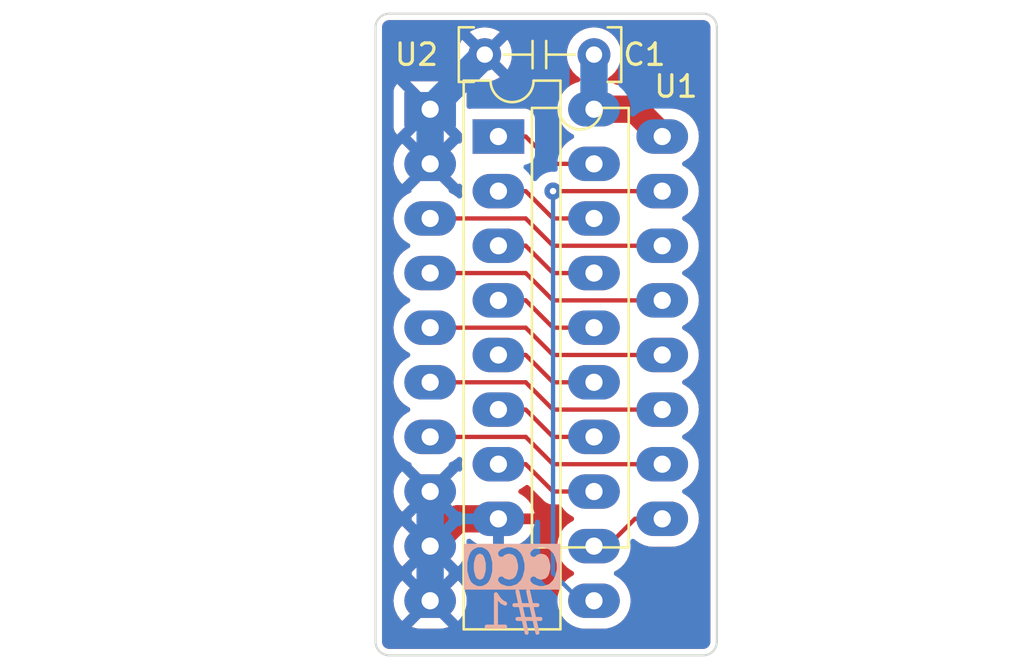
<source format=kicad_pcb>
(kicad_pcb (version 20221018) (generator pcbnew)
  (title_block (title "Replacement of I03 (color PROM) for the Thomson MO5") (date "2024-11-09") (rev "v1.0.0-rc1") (company "Sporniket") (comment 1 "#1") (comment 3 "https://github.com/sporniket/kicad-conversions--thomson-mo5--i03-replacement") (comment 4 "Original repository :"))
  (layers (0 "F.Cu" signal) (31 "B.Cu" signal) (34 "B.Paste" user) (35 "F.Paste" user) (36 "B.SilkS" user "B.Silkscreen") (37 "F.SilkS" user "F.Silkscreen") (38 "B.Mask" user) (39 "F.Mask" user) (44 "Edge.Cuts" user))
  (net 0 "")
  (net 1 "/R1")
  (net 2 "/R2")
  (net 3 "/V1")
  (net 4 "/V2")
  (net 5 "/B1")
  (net 6 "/B2")
  (net 7 "/O7")
  (net 8 "/VCC")
  (net 9 "/~{NOIR_INCR}")
  (net 10 "/ROUGE")
  (net 11 "/VERT")
  (net 12 "/BLEU")
  (net 13 "/PASTEL")
  (net 14 "/~{SUPLT}")
  (net 15 "/~{CE}")
  (net 16 "/GND")
  (footprint "Package_DIP:DIP-20_W7.62mm_LongPads" (layer "F.Cu") (at 73.025 74.93)
    (fp_text reference "U2" (at -0.635 -2.54) (layer "F.SilkS"))
    (fp_text value "HIGH_PERFORMANCE_E2_CMOS_PLD_GENERIC_ARRAY_LOGIC_PHY")
    (fp_line (start 1.56 -1.33) (end 1.56 24.19) (stroke (width 0.12)) (layer "F.SilkS"))
    (fp_line (start 1.56 24.19) (end 6.06 24.19) (stroke (width 0.12)) (layer "F.SilkS"))
    (fp_line (start 2.81 -1.33) (end 1.56 -1.33) (stroke (width 0.12)) (layer "F.SilkS"))
    (fp_line (start 6.06 -1.33) (end 4.81 -1.33) (stroke (width 0.12)) (layer "F.SilkS"))
    (fp_line (start 6.06 24.19) (end 6.06 -1.33) (stroke (width 0.12)) (layer "F.SilkS"))
    (fp_arc (start 4.81 -1.33) (mid 3.81 -0.33) (end 2.81 -1.33) (stroke (width 0.12)) (layer "F.SilkS"))
    (pad "1" thru_hole rect (at 0 0) (size 2.4 1.6) (drill 0.8) (layers "*.Cu" "*.Mask") (net 16 "/GND"))
    (pad "2" thru_hole oval (at 0 2.54) (size 2.4 1.6) (drill 0.8) (layers "*.Cu" "*.Mask") (net 16 "/GND"))
    (pad "3" thru_hole oval (at 0 5.08) (size 2.4 1.6) (drill 0.8) (layers "*.Cu" "*.Mask") (net 14 "/~{SUPLT}"))
    (pad "4" thru_hole oval (at 0 7.62) (size 2.4 1.6) (drill 0.8) (layers "*.Cu" "*.Mask") (net 13 "/PASTEL"))
    (pad "5" thru_hole oval (at 0 10.16) (size 2.4 1.6) (drill 0.8) (layers "*.Cu" "*.Mask") (net 12 "/BLEU"))
    (pad "6" thru_hole oval (at 0 12.7) (size 2.4 1.6) (drill 0.8) (layers "*.Cu" "*.Mask") (net 11 "/VERT"))
    (pad "7" thru_hole oval (at 0 15.24) (size 2.4 1.6) (drill 0.8) (layers "*.Cu" "*.Mask") (net 10 "/ROUGE"))
    (pad "8" thru_hole oval (at 0 17.78) (size 2.4 1.6) (drill 0.8) (layers "*.Cu" "*.Mask") (net 16 "/GND"))
    (pad "9" thru_hole oval (at 0 20.32) (size 2.4 1.6) (drill 0.8) (layers "*.Cu" "*.Mask") (net 16 "/GND"))
    (pad "10" thru_hole oval (at 0 22.86) (size 2.4 1.6) (drill 0.8) (layers "*.Cu" "*.Mask") (net 16 "/GND"))
    (pad "11" thru_hole oval (at 7.62 22.86) (size 2.4 1.6) (drill 0.8) (layers "*.Cu" "*.Mask") (net 15 "/~{CE}"))
    (pad "12" thru_hole oval (at 7.62 20.32) (size 2.4 1.6) (drill 0.8) (layers "*.Cu" "*.Mask") (net 9 "/~{NOIR_INCR}"))
    (pad "13" thru_hole oval (at 7.62 17.78) (size 2.4 1.6) (drill 0.8) (layers "*.Cu" "*.Mask") (net 7 "/O7"))
    (pad "14" thru_hole oval (at 7.62 15.24) (size 2.4 1.6) (drill 0.8) (layers "*.Cu" "*.Mask") (net 6 "/B2"))
    (pad "15" thru_hole oval (at 7.62 12.7) (size 2.4 1.6) (drill 0.8) (layers "*.Cu" "*.Mask") (net 5 "/B1"))
    (pad "16" thru_hole oval (at 7.62 10.16) (size 2.4 1.6) (drill 0.8) (layers "*.Cu" "*.Mask") (net 4 "/V2"))
    (pad "17" thru_hole oval (at 7.62 7.62) (size 2.4 1.6) (drill 0.8) (layers "*.Cu" "*.Mask") (net 3 "/V1"))
    (pad "18" thru_hole oval (at 7.62 5.08) (size 2.4 1.6) (drill 0.8) (layers "*.Cu" "*.Mask") (net 2 "/R2"))
    (pad "19" thru_hole oval (at 7.62 2.54) (size 2.4 1.6) (drill 0.8) (layers "*.Cu" "*.Mask") (net 1 "/R1"))
    (pad "20" thru_hole oval (at 7.62 0) (size 2.4 1.6) (drill 0.8) (layers "*.Cu" "*.Mask") (net 8 "/VCC"))
  )
  (footprint "Package_DIP:DIP-16_W7.62mm_LongPads" (layer "F.Cu") (at 76.2 76.2)
    (fp_text reference "U1" (at 8.255 -2.33) (layer "F.SilkS"))
    (fp_text value "HM7603_32×8_PROM_THREE-STATE_OUTPUTS_SOCKET")
    (fp_line (start 1.56 -1.33) (end 1.56 19.11) (stroke (width 0.12)) (layer "F.SilkS"))
    (fp_line (start 1.56 19.11) (end 6.06 19.11) (stroke (width 0.12)) (layer "F.SilkS"))
    (fp_line (start 2.81 -1.33) (end 1.56 -1.33) (stroke (width 0.12)) (layer "F.SilkS"))
    (fp_line (start 6.06 -1.33) (end 4.81 -1.33) (stroke (width 0.12)) (layer "F.SilkS"))
    (fp_line (start 6.06 19.11) (end 6.06 -1.33) (stroke (width 0.12)) (layer "F.SilkS"))
    (fp_arc (start 4.81 -1.33) (mid 3.81 -0.33) (end 2.81 -1.33) (stroke (width 0.12)) (layer "F.SilkS"))
    (pad "1" thru_hole rect (at 0 0) (size 2.4 1.6) (drill 0.8) (layers "*.Cu" "*.Mask") (net 1 "/R1"))
    (pad "2" thru_hole oval (at 0 2.54) (size 2.4 1.6) (drill 0.8) (layers "*.Cu" "*.Mask") (net 2 "/R2"))
    (pad "3" thru_hole oval (at 0 5.08) (size 2.4 1.6) (drill 0.8) (layers "*.Cu" "*.Mask") (net 3 "/V1"))
    (pad "4" thru_hole oval (at 0 7.62) (size 2.4 1.6) (drill 0.8) (layers "*.Cu" "*.Mask") (net 4 "/V2"))
    (pad "5" thru_hole oval (at 0 10.16) (size 2.4 1.6) (drill 0.8) (layers "*.Cu" "*.Mask") (net 5 "/B1"))
    (pad "6" thru_hole oval (at 0 12.7) (size 2.4 1.6) (drill 0.8) (layers "*.Cu" "*.Mask") (net 6 "/B2"))
    (pad "7" thru_hole oval (at 0 15.24) (size 2.4 1.6) (drill 0.8) (layers "*.Cu" "*.Mask") (net 7 "/O7"))
    (pad "8" thru_hole oval (at 0 17.78) (size 2.4 1.6) (drill 0.8) (layers "*.Cu" "*.Mask") (net 16 "/GND"))
    (pad "9" thru_hole oval (at 7.62 17.78) (size 2.4 1.6) (drill 0.8) (layers "*.Cu" "*.Mask") (net 9 "/~{NOIR_INCR}"))
    (pad "10" thru_hole oval (at 7.62 15.24) (size 2.4 1.6) (drill 0.8) (layers "*.Cu" "*.Mask") (net 10 "/ROUGE"))
    (pad "11" thru_hole oval (at 7.62 12.7) (size 2.4 1.6) (drill 0.8) (layers "*.Cu" "*.Mask") (net 11 "/VERT"))
    (pad "12" thru_hole oval (at 7.62 10.16) (size 2.4 1.6) (drill 0.8) (layers "*.Cu" "*.Mask") (net 12 "/BLEU"))
    (pad "13" thru_hole oval (at 7.62 7.62) (size 2.4 1.6) (drill 0.8) (layers "*.Cu" "*.Mask") (net 13 "/PASTEL"))
    (pad "14" thru_hole oval (at 7.62 5.08) (size 2.4 1.6) (drill 0.8) (layers "*.Cu" "*.Mask") (net 14 "/~{SUPLT}"))
    (pad "15" thru_hole oval (at 7.62 2.54) (size 2.4 1.6) (drill 0.8) (layers "*.Cu" "*.Mask") (net 15 "/~{CE}"))
    (pad "16" thru_hole oval (at 7.62 0) (size 2.4 1.6) (drill 0.8) (layers "*.Cu" "*.Mask") (net 8 "/VCC"))
  )
  (footprint "commons-passives_THT:Passive_THT_capacitor_mlcc_W2.54mm_L5.08mm" (layer "F.Cu") (at 78.105 72.39 180)
    (fp_text reference "C1" (at -3.81 0) (layer "F.SilkS") (effects (justify left)))
    (fp_text value "47nF")
    (fp_line (start -3.81 -1.27) (end -3.175 -1.27) (stroke (width 0.12)) (layer "F.SilkS"))
    (fp_line (start -3.81 1.27) (end -3.81 -1.27) (stroke (width 0.12)) (layer "F.SilkS"))
    (fp_line (start -3.175 1.27) (end -3.81 1.27) (stroke (width 0.12)) (layer "F.SilkS"))
    (fp_line (start -1.651 0) (end -0.3175 0) (stroke (width 0.12)) (layer "F.SilkS"))
    (fp_line (start -0.3175 -0.635) (end -0.3175 0.635) (stroke (width 0.12)) (layer "F.SilkS"))
    (fp_line (start 0.3175 -0.635) (end 0.3175 0.635) (stroke (width 0.12)) (layer "F.SilkS"))
    (fp_line (start 0.3175 0) (end 1.651 0) (stroke (width 0.12)) (layer "F.SilkS"))
    (fp_line (start 3.048 -1.27) (end 3.7465 -1.27) (stroke (width 0.12)) (layer "F.SilkS"))
    (fp_line (start 3.7465 -1.27) (end 3.7465 1.27) (stroke (width 0.12)) (layer "F.SilkS"))
    (fp_line (start 3.7465 1.27) (end 3.048 1.27) (stroke (width 0.12)) (layer "F.SilkS"))
    (pad "1" thru_hole circle (at -2.54 0 180) (size 1.524 1.524) (drill 0.762) (layers "*.Cu" "*.Mask") (net 8 "/VCC"))
    (pad "2" thru_hole circle (at 2.54 0 180) (size 1.524 1.524) (drill 0.762) (layers "*.Cu" "*.Mask") (net 16 "/GND"))
  )
  (gr_arc (start 70.485 71.12) (mid 70.670987 70.670987) (end 71.12 70.485) (stroke (width 0.1)) (layer "Edge.Cuts"))
  (gr_line (start 71.12 70.485) (end 85.725 70.485) (stroke (width 0.1)) (layer "Edge.Cuts"))
  (gr_arc (start 71.12 100.33) (mid 70.670987 100.144013) (end 70.485 99.695) (stroke (width 0.1)) (layer "Edge.Cuts"))
  (gr_arc (start 85.725 70.485) (mid 86.174013 70.670987) (end 86.36 71.12) (stroke (width 0.1)) (layer "Edge.Cuts"))
  (gr_line (start 70.485 99.695) (end 70.485 71.12) (stroke (width 0.1)) (layer "Edge.Cuts"))
  (gr_line (start 85.725 100.33) (end 71.12 100.33) (stroke (width 0.1)) (layer "Edge.Cuts"))
  (gr_arc (start 86.36 99.695) (mid 86.174013 100.144013) (end 85.725 100.33) (stroke (width 0.1)) (layer "Edge.Cuts"))
  (gr_line (start 86.36 71.12) (end 86.36 99.695) (stroke (width 0.1)) (layer "Edge.Cuts"))
  (gr_text "CC0" (at 76.835 97.155) (layer "B.SilkS" knockout) (effects (font (size 1.5 1.5) (thickness 0.3) bold) (justify bottom mirror)))
  (gr_text "${COMMENT1}" (at 76.835 99.187) (layer "B.SilkS") (effects (font (size 1.5 1.5) (thickness 0.1875)) (justify bottom mirror)))
  (segment (start 77.47 76.2) (end 76.2 76.2) (width 0.2) (layer "F.Cu") (net 1))
  (segment (start 78.74 77.47) (end 77.47 76.2) (width 0.2) (layer "F.Cu") (net 1))
  (segment (start 80.645 77.47) (end 78.74 77.47) (width 0.2) (layer "F.Cu") (net 1))
  (segment (start 77.47 78.74) (end 76.2 78.74) (width 0.2) (layer "F.Cu") (net 2))
  (segment (start 78.74 80.01) (end 77.47 78.74) (width 0.2) (layer "F.Cu") (net 2))
  (segment (start 80.645 80.01) (end 78.74 80.01) (width 0.2) (layer "F.Cu") (net 2))
  (segment (start 77.47 81.28) (end 76.2 81.28) (width 0.2) (layer "F.Cu") (net 3))
  (segment (start 80.645 82.55) (end 78.74 82.55) (width 0.2) (layer "F.Cu") (net 3))
  (segment (start 78.74 82.55) (end 77.47 81.28) (width 0.2) (layer "F.Cu") (net 3))
  (segment (start 80.645 85.09) (end 78.74 85.09) (width 0.2) (layer "F.Cu") (net 4))
  (segment (start 78.74 85.09) (end 77.47 83.82) (width 0.2) (layer "F.Cu") (net 4))
  (segment (start 77.47 83.82) (end 76.2 83.82) (width 0.2) (layer "F.Cu") (net 4))
  (segment (start 80.645 87.63) (end 78.74 87.63) (width 0.2) (layer "F.Cu") (net 5))
  (segment (start 77.47 86.36) (end 76.2 86.36) (width 0.2) (layer "F.Cu") (net 5))
  (segment (start 78.74 87.63) (end 77.47 86.36) (width 0.2) (layer "F.Cu") (net 5))
  (segment (start 78.74 90.17) (end 77.47 88.9) (width 0.2) (layer "F.Cu") (net 6))
  (segment (start 80.645 90.17) (end 78.74 90.17) (width 0.2) (layer "F.Cu") (net 6))
  (segment (start 77.47 88.9) (end 76.2 88.9) (width 0.2) (layer "F.Cu") (net 6))
  (segment (start 80.645 92.71) (end 78.74 92.71) (width 0.2) (layer "F.Cu") (net 7))
  (segment (start 77.47 91.44) (end 76.2 91.44) (width 0.2) (layer "F.Cu") (net 7))
  (segment (start 78.74 92.71) (end 77.47 91.44) (width 0.2) (layer "F.Cu") (net 7))
  (segment (start 82.55 74.93) (end 83.82 76.2) (width 1.27) (layer "F.Cu") (net 8))
  (segment (start 80.645 74.93) (end 82.55 74.93) (width 1.27) (layer "F.Cu") (net 8))
  (segment (start 80.645 74.93) (end 80.645 72.39) (width 1.27) (layer "B.Cu") (net 8))
  (segment (start 80.645 95.25) (end 81.28 95.25) (width 0.2) (layer "F.Cu") (net 9))
  (segment (start 81.28 95.25) (end 82.55 93.98) (width 0.2) (layer "F.Cu") (net 9))
  (segment (start 84.455 93.98) (end 83.82 93.98) (width 0.2) (layer "F.Cu") (net 9))
  (segment (start 82.55 93.98) (end 83.82 93.98) (width 0.2) (layer "F.Cu") (net 9))
  (segment (start 78.74 91.44) (end 83.82 91.44) (width 0.2) (layer "F.Cu") (net 10))
  (segment (start 77.47 90.17) (end 78.74 91.44) (width 0.2) (layer "F.Cu") (net 10))
  (segment (start 73.025 90.17) (end 77.47 90.17) (width 0.2) (layer "F.Cu") (net 10))
  (segment (start 78.74 88.9) (end 83.82 88.9) (width 0.2) (layer "F.Cu") (net 11))
  (segment (start 77.47 87.63) (end 78.74 88.9) (width 0.2) (layer "F.Cu") (net 11))
  (segment (start 73.025 87.63) (end 77.47 87.63) (width 0.2) (layer "F.Cu") (net 11))
  (segment (start 73.025 85.09) (end 77.47 85.09) (width 0.2) (layer "F.Cu") (net 12))
  (segment (start 78.74 86.36) (end 83.82 86.36) (width 0.2) (layer "F.Cu") (net 12))
  (segment (start 77.47 85.09) (end 78.74 86.36) (width 0.2) (layer "F.Cu") (net 12))
  (segment (start 77.47 82.55) (end 78.74 83.82) (width 0.2) (layer "F.Cu") (net 13))
  (segment (start 73.025 82.55) (end 77.47 82.55) (width 0.2) (layer "F.Cu") (net 13))
  (segment (start 78.74 83.82) (end 83.82 83.82) (width 0.2) (layer "F.Cu") (net 13))
  (segment (start 73.025 80.01) (end 77.47 80.01) (width 0.2) (layer "F.Cu") (net 14))
  (segment (start 77.47 80.01) (end 78.74 81.28) (width 0.2) (layer "F.Cu") (net 14))
  (segment (start 78.74 81.28) (end 83.82 81.28) (width 0.2) (layer "F.Cu") (net 14))
  (segment (start 83.82 78.74) (end 78.74 78.74) (width 0.2) (layer "F.Cu") (net 15))
  (via (at 78.74 78.74) (size 0.8) (drill 0.3) (layers "F.Cu" "B.Cu") (net 15))
  (segment (start 80.01 97.79) (end 80.645 97.79) (width 0.2) (layer "B.Cu") (net 15))
  (segment (start 78.74 96.52) (end 80.01 97.79) (width 0.2) (layer "B.Cu") (net 15))
  (segment (start 78.74 78.74) (end 78.74 96.52) (width 0.2) (layer "B.Cu") (net 15))
  (segment (start 76.2 93.98) (end 74.295 93.98) (width 1.27) (layer "F.Cu") (net 16))
  (segment (start 74.295 93.98) (end 73.025 95.25) (width 1.27) (layer "F.Cu") (net 16))
  (segment (start 73.025 95.25) (end 73.025 92.71) (width 1.27) (layer "B.Cu") (net 16))
  (segment (start 73.025 77.47) (end 73.025 74.93) (width 1.27) (layer "B.Cu") (net 16))
  (segment (start 73.025 74.93) (end 75.565 72.39) (width 1.27) (layer "B.Cu") (net 16))
  (segment (start 73.025 97.79) (end 73.025 95.25) (width 1.27) (layer "B.Cu") (net 16))
  (zone (net 16) (net_name "/GND") (layers "F&B.Cu") (connect_pads (clearance 0.5)) (min_thickness 0.25) (fill yes (thermal_gap 0.5) (thermal_bridge_width 0.5))
    (polygon (pts (xy 69.85 69.85) (xy 86.995 69.85) (xy 86.995 100.965) (xy 69.85 100.965)))
  )
)
</source>
